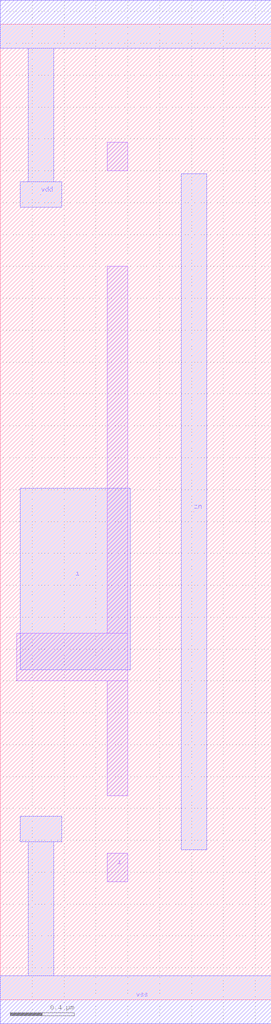
<source format=lef>
VERSION 5.7 ;
  NOWIREEXTENSIONATPIN ON ;
  DIVIDERCHAR "/" ;
  BUSBITCHARS "[]" ;
MACRO SARADC_CELL_INVX0_ASSW
  CLASS BLOCK ;
  FOREIGN SARADC_CELL_INVX0_ASSW ;
  ORIGIN 0.000 0.000 ;
  SIZE 1.700 BY 6.120 ;
  SYMMETRY X Y R90 ;
  PIN vnw
  END vnw
  PIN vpw
  END vpw
  PIN i
    DIRECTION INPUT ;
    USE SIGNAL ;
    ANTENNAGATEAREA 0.124800 ;
    PORT
      LAYER GatPoly ;
        RECT 0.670 5.200 0.800 5.380 ;
        RECT 0.670 2.300 0.800 4.600 ;
        RECT 0.105 2.000 0.800 2.300 ;
        RECT 0.670 1.280 0.800 2.000 ;
        RECT 0.670 0.740 0.800 0.920 ;
      LAYER Metal1 ;
        RECT 0.125 2.070 0.815 3.210 ;
    END
  END i
  PIN zn
    DIRECTION INOUT ;
    USE POWER ;
    PORT
      LAYER Metal1 ;
        RECT 1.135 0.940 1.295 5.180 ;
    END
  END zn
  PIN vss
    DIRECTION INOUT ;
    USE GROUND ;
    PORT
      LAYER Metal1 ;
        RECT 0.125 0.990 0.385 1.150 ;
        RECT 0.175 0.150 0.335 0.990 ;
        RECT 0.000 -0.150 1.700 0.150 ;
    END
  END vss
  PIN vdd
    DIRECTION INOUT ;
    USE POWER ;
    PORT
      LAYER Metal1 ;
        RECT 0.000 5.970 1.700 6.270 ;
        RECT 0.175 5.130 0.335 5.970 ;
        RECT 0.125 4.970 0.385 5.130 ;
    END
  END vdd
END SARADC_CELL_INVX0_ASSW
END LIBRARY


</source>
